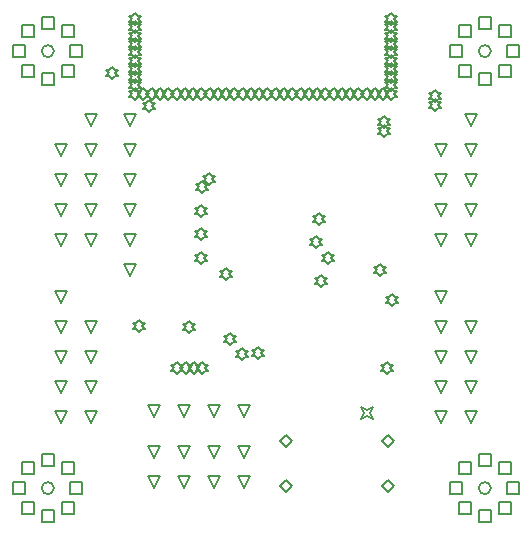
<source format=gbr>
%TF.GenerationSoftware,Altium Limited,Altium Designer,25.1.2 (22)*%
G04 Layer_Color=2752767*
%FSLAX43Y43*%
%MOMM*%
%TF.SameCoordinates,30ACFE5D-B22B-494A-8854-B944D40A9612*%
%TF.FilePolarity,Positive*%
%TF.FileFunction,Drawing*%
%TF.Part,Single*%
G01*
G75*
%TA.AperFunction,NonConductor*%
%ADD50C,0.127*%
%ADD51C,0.169*%
D50*
X39340Y16612D02*
X38832Y17628D01*
X39848D01*
X39340Y16612D01*
X36800Y19152D02*
X36292Y20168D01*
X37308D01*
X36800Y19152D01*
Y16612D02*
X36292Y17628D01*
X37308D01*
X36800Y16612D01*
X39340Y8992D02*
X38832Y10008D01*
X39848D01*
X39340Y8992D01*
Y14072D02*
X38832Y15088D01*
X39848D01*
X39340Y14072D01*
Y11532D02*
X38832Y12548D01*
X39848D01*
X39340Y11532D01*
X36800D02*
X36292Y12548D01*
X37308D01*
X36800Y11532D01*
Y14072D02*
X36292Y15088D01*
X37308D01*
X36800Y14072D01*
Y8992D02*
X36292Y10008D01*
X37308D01*
X36800Y8992D01*
X20120Y9492D02*
X19612Y10508D01*
X20628D01*
X20120Y9492D01*
X17580D02*
X17072Y10508D01*
X18088D01*
X17580Y9492D01*
X15040D02*
X14532Y10508D01*
X15548D01*
X15040Y9492D01*
X12500D02*
X11992Y10508D01*
X13008D01*
X12500Y9492D01*
X10500Y29072D02*
X9992Y30088D01*
X11008D01*
X10500Y29072D01*
Y31612D02*
X9992Y32628D01*
X11008D01*
X10500Y31612D01*
Y21452D02*
X9992Y22468D01*
X11008D01*
X10500Y21452D01*
Y23992D02*
X9992Y25008D01*
X11008D01*
X10500Y23992D01*
Y26532D02*
X9992Y27548D01*
X11008D01*
X10500Y26532D01*
Y34152D02*
X9992Y35168D01*
X11008D01*
X10500Y34152D01*
X31812Y3650D02*
X32320Y4158D01*
X32828Y3650D01*
X32320Y3142D01*
X31812Y3650D01*
X23172D02*
X23680Y4158D01*
X24188Y3650D01*
X23680Y3142D01*
X23172Y3650D01*
X31812Y7450D02*
X32320Y7958D01*
X32828Y7450D01*
X32320Y6942D01*
X31812Y7450D01*
X23172D02*
X23680Y7958D01*
X24188Y7450D01*
X23680Y6942D01*
X23172Y7450D01*
X7200Y34152D02*
X6692Y35168D01*
X7708D01*
X7200Y34152D01*
Y23992D02*
X6692Y25008D01*
X7708D01*
X7200Y23992D01*
X4660D02*
X4152Y25008D01*
X5168D01*
X4660Y23992D01*
X7200Y26532D02*
X6692Y27548D01*
X7708D01*
X7200Y26532D01*
X4660D02*
X4152Y27548D01*
X5168D01*
X4660Y26532D01*
X7200Y29072D02*
X6692Y30088D01*
X7708D01*
X7200Y29072D01*
X4660D02*
X4152Y30088D01*
X5168D01*
X4660Y29072D01*
X7200Y31612D02*
X6692Y32628D01*
X7708D01*
X7200Y31612D01*
X4660D02*
X4152Y32628D01*
X5168D01*
X4660Y31612D01*
X7200Y8992D02*
X6692Y10008D01*
X7708D01*
X7200Y8992D01*
X4660D02*
X4152Y10008D01*
X5168D01*
X4660Y8992D01*
X7200Y11532D02*
X6692Y12548D01*
X7708D01*
X7200Y11532D01*
X4660D02*
X4152Y12548D01*
X5168D01*
X4660Y11532D01*
X7200Y14072D02*
X6692Y15088D01*
X7708D01*
X7200Y14072D01*
X4660D02*
X4152Y15088D01*
X5168D01*
X4660Y14072D01*
X7200Y16612D02*
X6692Y17628D01*
X7708D01*
X7200Y16612D01*
X4660D02*
X4152Y17628D01*
X5168D01*
X4660Y16612D01*
Y19152D02*
X4152Y20168D01*
X5168D01*
X4660Y19152D01*
X4689Y38295D02*
Y39311D01*
X5705D01*
Y38295D01*
X4689D01*
X5392Y39992D02*
Y41008D01*
X6408D01*
Y39992D01*
X5392D01*
X4689Y41689D02*
Y42705D01*
X5705D01*
Y41689D01*
X4689D01*
X2992Y42392D02*
Y43408D01*
X4008D01*
Y42392D01*
X2992D01*
X1295Y41689D02*
Y42705D01*
X2311D01*
Y41689D01*
X1295D01*
X592Y39992D02*
Y41008D01*
X1608D01*
Y39992D01*
X592D01*
X1295Y38295D02*
Y39311D01*
X2311D01*
Y38295D01*
X1295D01*
X2992Y37592D02*
Y38608D01*
X4008D01*
Y37592D01*
X2992D01*
X41689Y38295D02*
Y39311D01*
X42705D01*
Y38295D01*
X41689D01*
X42392Y39992D02*
Y41008D01*
X43408D01*
Y39992D01*
X42392D01*
X41689Y41689D02*
Y42705D01*
X42705D01*
Y41689D01*
X41689D01*
X39992Y42392D02*
Y43408D01*
X41008D01*
Y42392D01*
X39992D01*
X38295Y41689D02*
Y42705D01*
X39311D01*
Y41689D01*
X38295D01*
X37592Y39992D02*
Y41008D01*
X38608D01*
Y39992D01*
X37592D01*
X38295Y38295D02*
Y39311D01*
X39311D01*
Y38295D01*
X38295D01*
X39992Y37592D02*
Y38608D01*
X41008D01*
Y37592D01*
X39992D01*
X41689Y1295D02*
Y2311D01*
X42705D01*
Y1295D01*
X41689D01*
X42392Y2992D02*
Y4008D01*
X43408D01*
Y2992D01*
X42392D01*
X41689Y4689D02*
Y5705D01*
X42705D01*
Y4689D01*
X41689D01*
X39992Y5392D02*
Y6408D01*
X41008D01*
Y5392D01*
X39992D01*
X38295Y4689D02*
Y5705D01*
X39311D01*
Y4689D01*
X38295D01*
X37592Y2992D02*
Y4008D01*
X38608D01*
Y2992D01*
X37592D01*
X38295Y1295D02*
Y2311D01*
X39311D01*
Y1295D01*
X38295D01*
X39992Y592D02*
Y1608D01*
X41008D01*
Y592D01*
X39992D01*
X4689Y1295D02*
Y2311D01*
X5705D01*
Y1295D01*
X4689D01*
X5392Y2992D02*
Y4008D01*
X6408D01*
Y2992D01*
X5392D01*
X4689Y4689D02*
Y5705D01*
X5705D01*
Y4689D01*
X4689D01*
X2992Y5392D02*
Y6408D01*
X4008D01*
Y5392D01*
X2992D01*
X1295Y4689D02*
Y5705D01*
X2311D01*
Y4689D01*
X1295D01*
X592Y2992D02*
Y4008D01*
X1608D01*
Y2992D01*
X592D01*
X1295Y1295D02*
Y2311D01*
X2311D01*
Y1295D01*
X1295D01*
X2992Y592D02*
Y1608D01*
X4008D01*
Y592D01*
X2992D01*
X12500Y3492D02*
X11992Y4508D01*
X13008D01*
X12500Y3492D01*
Y6032D02*
X11992Y7048D01*
X13008D01*
X12500Y6032D01*
X15040Y3492D02*
X14532Y4508D01*
X15548D01*
X15040Y3492D01*
Y6032D02*
X14532Y7048D01*
X15548D01*
X15040Y6032D01*
X17580Y3492D02*
X17072Y4508D01*
X18088D01*
X17580Y3492D01*
Y6032D02*
X17072Y7048D01*
X18088D01*
X17580Y6032D01*
X20120Y3492D02*
X19612Y4508D01*
X20628D01*
X20120Y3492D01*
Y6032D02*
X19612Y7048D01*
X20628D01*
X20120Y6032D01*
X39340Y34152D02*
X38832Y35168D01*
X39848D01*
X39340Y34152D01*
Y23992D02*
X38832Y25008D01*
X39848D01*
X39340Y23992D01*
X36800D02*
X36292Y25008D01*
X37308D01*
X36800Y23992D01*
X39340Y26532D02*
X38832Y27548D01*
X39848D01*
X39340Y26532D01*
X36800D02*
X36292Y27548D01*
X37308D01*
X36800Y26532D01*
X39340Y29072D02*
X38832Y30088D01*
X39848D01*
X39340Y29072D01*
X36800D02*
X36292Y30088D01*
X37308D01*
X36800Y29072D01*
X39340Y31612D02*
X38832Y32628D01*
X39848D01*
X39340Y31612D01*
X36800D02*
X36292Y32628D01*
X37308D01*
X36800Y31612D01*
X16540Y28492D02*
X16794Y28746D01*
X17048D01*
X16794Y29000D01*
X17048Y29254D01*
X16794D01*
X16540Y29508D01*
X16286Y29254D01*
X16032D01*
X16286Y29000D01*
X16032Y28746D01*
X16286D01*
X16540Y28492D01*
X36300Y35465D02*
X36554Y35719D01*
X36808D01*
X36554Y35973D01*
X36808Y36227D01*
X36554D01*
X36300Y36481D01*
X36046Y36227D01*
X35792D01*
X36046Y35973D01*
X35792Y35719D01*
X36046D01*
X36300Y35465D01*
Y36192D02*
X36554Y36446D01*
X36808D01*
X36554Y36700D01*
X36808Y36954D01*
X36554D01*
X36300Y37208D01*
X36046Y36954D01*
X35792D01*
X36046Y36700D01*
X35792Y36446D01*
X36046D01*
X36300Y36192D01*
X26646Y20568D02*
X26900Y20822D01*
X27154D01*
X26900Y21076D01*
X27154Y21330D01*
X26900D01*
X26646Y21584D01*
X26392Y21330D01*
X26138D01*
X26392Y21076D01*
X26138Y20822D01*
X26392D01*
X26646Y20568D01*
X18600Y21117D02*
X18854Y21371D01*
X19108D01*
X18854Y21625D01*
X19108Y21879D01*
X18854D01*
X18600Y22133D01*
X18346Y21879D01*
X18092D01*
X18346Y21625D01*
X18092Y21371D01*
X18346D01*
X18600Y21117D01*
X21301Y14393D02*
X21555Y14647D01*
X21809D01*
X21555Y14901D01*
X21809Y15155D01*
X21555D01*
X21301Y15409D01*
X21047Y15155D01*
X20793D01*
X21047Y14901D01*
X20793Y14647D01*
X21047D01*
X21301Y14393D01*
X11225Y16717D02*
X11479Y16971D01*
X11733D01*
X11479Y17225D01*
X11733Y17479D01*
X11479D01*
X11225Y17733D01*
X10971Y17479D01*
X10717D01*
X10971Y17225D01*
X10717Y16971D01*
X10971D01*
X11225Y16717D01*
X15450Y16592D02*
X15704Y16846D01*
X15958D01*
X15704Y17100D01*
X15958Y17354D01*
X15704D01*
X15450Y17608D01*
X15196Y17354D01*
X14942D01*
X15196Y17100D01*
X14942Y16846D01*
X15196D01*
X15450Y16592D01*
X31650Y21492D02*
X31904Y21746D01*
X32158D01*
X31904Y22000D01*
X32158Y22254D01*
X31904D01*
X31650Y22508D01*
X31396Y22254D01*
X31142D01*
X31396Y22000D01*
X31142Y21746D01*
X31396D01*
X31650Y21492D01*
X26251Y23837D02*
X26505Y24091D01*
X26759D01*
X26505Y24345D01*
X26759Y24599D01*
X26505D01*
X26251Y24853D01*
X25997Y24599D01*
X25743D01*
X25997Y24345D01*
X25743Y24091D01*
X25997D01*
X26251Y23837D01*
X27201Y22518D02*
X27455Y22772D01*
X27709D01*
X27455Y23026D01*
X27709Y23280D01*
X27455D01*
X27201Y23534D01*
X26947Y23280D01*
X26693D01*
X26947Y23026D01*
X26693Y22772D01*
X26947D01*
X27201Y22518D01*
X26500Y25817D02*
X26754Y26071D01*
X27008D01*
X26754Y26325D01*
X27008Y26579D01*
X26754D01*
X26500Y26833D01*
X26246Y26579D01*
X25992D01*
X26246Y26325D01*
X25992Y26071D01*
X26246D01*
X26500Y25817D01*
X12075Y35367D02*
X12329Y35621D01*
X12583D01*
X12329Y35875D01*
X12583Y36129D01*
X12329D01*
X12075Y36383D01*
X11821Y36129D01*
X11567D01*
X11821Y35875D01*
X11567Y35621D01*
X11821D01*
X12075Y35367D01*
X8925Y38167D02*
X9179Y38421D01*
X9433D01*
X9179Y38675D01*
X9433Y38929D01*
X9179D01*
X8925Y39183D01*
X8671Y38929D01*
X8417D01*
X8671Y38675D01*
X8417Y38421D01*
X8671D01*
X8925Y38167D01*
X32650Y18917D02*
X32904Y19171D01*
X33158D01*
X32904Y19425D01*
X33158Y19679D01*
X32904D01*
X32650Y19933D01*
X32396Y19679D01*
X32142D01*
X32396Y19425D01*
X32142Y19171D01*
X32396D01*
X32650Y18917D01*
X10900Y36392D02*
X11154Y36646D01*
X11408D01*
X11154Y36900D01*
X11408Y37154D01*
X11154D01*
X10900Y37408D01*
X10646Y37154D01*
X10392D01*
X10646Y36900D01*
X10392Y36646D01*
X10646D01*
X10900Y36392D01*
X32600D02*
X32854Y36646D01*
X33108D01*
X32854Y36900D01*
X33108Y37154D01*
X32854D01*
X32600Y37408D01*
X32346Y37154D01*
X32092D01*
X32346Y36900D01*
X32092Y36646D01*
X32346D01*
X32600Y36392D01*
X22100D02*
X22354Y36646D01*
X22608D01*
X22354Y36900D01*
X22608Y37154D01*
X22354D01*
X22100Y37408D01*
X21846Y37154D01*
X21592D01*
X21846Y36900D01*
X21592Y36646D01*
X21846D01*
X22100Y36392D01*
X22800D02*
X23054Y36646D01*
X23308D01*
X23054Y36900D01*
X23308Y37154D01*
X23054D01*
X22800Y37408D01*
X22546Y37154D01*
X22292D01*
X22546Y36900D01*
X22292Y36646D01*
X22546D01*
X22800Y36392D01*
X21400D02*
X21654Y36646D01*
X21908D01*
X21654Y36900D01*
X21908Y37154D01*
X21654D01*
X21400Y37408D01*
X21146Y37154D01*
X20892D01*
X21146Y36900D01*
X20892Y36646D01*
X21146D01*
X21400Y36392D01*
X20700D02*
X20954Y36646D01*
X21208D01*
X20954Y36900D01*
X21208Y37154D01*
X20954D01*
X20700Y37408D01*
X20446Y37154D01*
X20192D01*
X20446Y36900D01*
X20192Y36646D01*
X20446D01*
X20700Y36392D01*
X20000D02*
X20254Y36646D01*
X20508D01*
X20254Y36900D01*
X20508Y37154D01*
X20254D01*
X20000Y37408D01*
X19746Y37154D01*
X19492D01*
X19746Y36900D01*
X19492Y36646D01*
X19746D01*
X20000Y36392D01*
X27700D02*
X27954Y36646D01*
X28208D01*
X27954Y36900D01*
X28208Y37154D01*
X27954D01*
X27700Y37408D01*
X27446Y37154D01*
X27192D01*
X27446Y36900D01*
X27192Y36646D01*
X27446D01*
X27700Y36392D01*
X30500D02*
X30754Y36646D01*
X31008D01*
X30754Y36900D01*
X31008Y37154D01*
X30754D01*
X30500Y37408D01*
X30246Y37154D01*
X29992D01*
X30246Y36900D01*
X29992Y36646D01*
X30246D01*
X30500Y36392D01*
X29100D02*
X29354Y36646D01*
X29608D01*
X29354Y36900D01*
X29608Y37154D01*
X29354D01*
X29100Y37408D01*
X28846Y37154D01*
X28592D01*
X28846Y36900D01*
X28592Y36646D01*
X28846D01*
X29100Y36392D01*
X29800D02*
X30054Y36646D01*
X30308D01*
X30054Y36900D01*
X30308Y37154D01*
X30054D01*
X29800Y37408D01*
X29546Y37154D01*
X29292D01*
X29546Y36900D01*
X29292Y36646D01*
X29546D01*
X29800Y36392D01*
X28400D02*
X28654Y36646D01*
X28908D01*
X28654Y36900D01*
X28908Y37154D01*
X28654D01*
X28400Y37408D01*
X28146Y37154D01*
X27892D01*
X28146Y36900D01*
X27892Y36646D01*
X28146D01*
X28400Y36392D01*
X31200D02*
X31454Y36646D01*
X31708D01*
X31454Y36900D01*
X31708Y37154D01*
X31454D01*
X31200Y37408D01*
X30946Y37154D01*
X30692D01*
X30946Y36900D01*
X30692Y36646D01*
X30946D01*
X31200Y36392D01*
X18600D02*
X18854Y36646D01*
X19108D01*
X18854Y36900D01*
X19108Y37154D01*
X18854D01*
X18600Y37408D01*
X18346Y37154D01*
X18092D01*
X18346Y36900D01*
X18092Y36646D01*
X18346D01*
X18600Y36392D01*
X19300D02*
X19554Y36646D01*
X19808D01*
X19554Y36900D01*
X19808Y37154D01*
X19554D01*
X19300Y37408D01*
X19046Y37154D01*
X18792D01*
X19046Y36900D01*
X18792Y36646D01*
X19046D01*
X19300Y36392D01*
X17900D02*
X18154Y36646D01*
X18408D01*
X18154Y36900D01*
X18408Y37154D01*
X18154D01*
X17900Y37408D01*
X17646Y37154D01*
X17392D01*
X17646Y36900D01*
X17392Y36646D01*
X17646D01*
X17900Y36392D01*
X27000D02*
X27254Y36646D01*
X27508D01*
X27254Y36900D01*
X27508Y37154D01*
X27254D01*
X27000Y37408D01*
X26746Y37154D01*
X26492D01*
X26746Y36900D01*
X26492Y36646D01*
X26746D01*
X27000Y36392D01*
X25600D02*
X25854Y36646D01*
X26108D01*
X25854Y36900D01*
X26108Y37154D01*
X25854D01*
X25600Y37408D01*
X25346Y37154D01*
X25092D01*
X25346Y36900D01*
X25092Y36646D01*
X25346D01*
X25600Y36392D01*
X23500D02*
X23754Y36646D01*
X24008D01*
X23754Y36900D01*
X24008Y37154D01*
X23754D01*
X23500Y37408D01*
X23246Y37154D01*
X22992D01*
X23246Y36900D01*
X22992Y36646D01*
X23246D01*
X23500Y36392D01*
X24200D02*
X24454Y36646D01*
X24708D01*
X24454Y36900D01*
X24708Y37154D01*
X24454D01*
X24200Y37408D01*
X23946Y37154D01*
X23692D01*
X23946Y36900D01*
X23692Y36646D01*
X23946D01*
X24200Y36392D01*
X24900D02*
X25154Y36646D01*
X25408D01*
X25154Y36900D01*
X25408Y37154D01*
X25154D01*
X24900Y37408D01*
X24646Y37154D01*
X24392D01*
X24646Y36900D01*
X24392Y36646D01*
X24646D01*
X24900Y36392D01*
X15800D02*
X16054Y36646D01*
X16308D01*
X16054Y36900D01*
X16308Y37154D01*
X16054D01*
X15800Y37408D01*
X15546Y37154D01*
X15292D01*
X15546Y36900D01*
X15292Y36646D01*
X15546D01*
X15800Y36392D01*
X16500D02*
X16754Y36646D01*
X17008D01*
X16754Y36900D01*
X17008Y37154D01*
X16754D01*
X16500Y37408D01*
X16246Y37154D01*
X15992D01*
X16246Y36900D01*
X15992Y36646D01*
X16246D01*
X16500Y36392D01*
X15100D02*
X15354Y36646D01*
X15608D01*
X15354Y36900D01*
X15608Y37154D01*
X15354D01*
X15100Y37408D01*
X14846Y37154D01*
X14592D01*
X14846Y36900D01*
X14592Y36646D01*
X14846D01*
X15100Y36392D01*
X13000D02*
X13254Y36646D01*
X13508D01*
X13254Y36900D01*
X13508Y37154D01*
X13254D01*
X13000Y37408D01*
X12746Y37154D01*
X12492D01*
X12746Y36900D01*
X12492Y36646D01*
X12746D01*
X13000Y36392D01*
X17200D02*
X17454Y36646D01*
X17708D01*
X17454Y36900D01*
X17708Y37154D01*
X17454D01*
X17200Y37408D01*
X16946Y37154D01*
X16692D01*
X16946Y36900D01*
X16692Y36646D01*
X16946D01*
X17200Y36392D01*
X14400D02*
X14654Y36646D01*
X14908D01*
X14654Y36900D01*
X14908Y37154D01*
X14654D01*
X14400Y37408D01*
X14146Y37154D01*
X13892D01*
X14146Y36900D01*
X13892Y36646D01*
X14146D01*
X14400Y36392D01*
X11600D02*
X11854Y36646D01*
X12108D01*
X11854Y36900D01*
X12108Y37154D01*
X11854D01*
X11600Y37408D01*
X11346Y37154D01*
X11092D01*
X11346Y36900D01*
X11092Y36646D01*
X11346D01*
X11600Y36392D01*
X31900D02*
X32154Y36646D01*
X32408D01*
X32154Y36900D01*
X32408Y37154D01*
X32154D01*
X31900Y37408D01*
X31646Y37154D01*
X31392D01*
X31646Y36900D01*
X31392Y36646D01*
X31646D01*
X31900Y36392D01*
X26300D02*
X26554Y36646D01*
X26808D01*
X26554Y36900D01*
X26808Y37154D01*
X26554D01*
X26300Y37408D01*
X26046Y37154D01*
X25792D01*
X26046Y36900D01*
X25792Y36646D01*
X26046D01*
X26300Y36392D01*
X12300D02*
X12554Y36646D01*
X12808D01*
X12554Y36900D01*
X12808Y37154D01*
X12554D01*
X12300Y37408D01*
X12046Y37154D01*
X11792D01*
X12046Y36900D01*
X11792Y36646D01*
X12046D01*
X12300Y36392D01*
X13700D02*
X13954Y36646D01*
X14208D01*
X13954Y36900D01*
X14208Y37154D01*
X13954D01*
X13700Y37408D01*
X13446Y37154D01*
X13192D01*
X13446Y36900D01*
X13192Y36646D01*
X13446D01*
X13700Y36392D01*
X10900Y37092D02*
X11154Y37346D01*
X11408D01*
X11154Y37600D01*
X11408Y37854D01*
X11154D01*
X10900Y38108D01*
X10646Y37854D01*
X10392D01*
X10646Y37600D01*
X10392Y37346D01*
X10646D01*
X10900Y37092D01*
X32600D02*
X32854Y37346D01*
X33108D01*
X32854Y37600D01*
X33108Y37854D01*
X32854D01*
X32600Y38108D01*
X32346Y37854D01*
X32092D01*
X32346Y37600D01*
X32092Y37346D01*
X32346D01*
X32600Y37092D01*
X17150Y29192D02*
X17404Y29446D01*
X17658D01*
X17404Y29700D01*
X17658Y29954D01*
X17404D01*
X17150Y30208D01*
X16896Y29954D01*
X16642D01*
X16896Y29700D01*
X16642Y29446D01*
X16896D01*
X17150Y29192D01*
X16450Y26492D02*
X16704Y26746D01*
X16958D01*
X16704Y27000D01*
X16958Y27254D01*
X16704D01*
X16450Y27508D01*
X16196Y27254D01*
X15942D01*
X16196Y27000D01*
X15942Y26746D01*
X16196D01*
X16450Y26492D01*
X16451Y24492D02*
X16705Y24746D01*
X16959D01*
X16705Y25000D01*
X16959Y25254D01*
X16705D01*
X16451Y25508D01*
X16197Y25254D01*
X15943D01*
X16197Y25000D01*
X15943Y24746D01*
X16197D01*
X16451Y24492D01*
X16450Y22517D02*
X16704Y22771D01*
X16958D01*
X16704Y23025D01*
X16958Y23279D01*
X16704D01*
X16450Y23533D01*
X16196Y23279D01*
X15942D01*
X16196Y23025D01*
X15942Y22771D01*
X16196D01*
X16450Y22517D01*
X32219Y13148D02*
X32473Y13402D01*
X32727D01*
X32473Y13656D01*
X32727Y13910D01*
X32473D01*
X32219Y14164D01*
X31965Y13910D01*
X31711D01*
X31965Y13656D01*
X31711Y13402D01*
X31965D01*
X32219Y13148D01*
X29990Y9357D02*
X30244Y9865D01*
X29990Y10373D01*
X30498Y10119D01*
X31006Y10373D01*
X30752Y9865D01*
X31006Y9357D01*
X30498Y9611D01*
X29990Y9357D01*
X18900Y15617D02*
X19154Y15871D01*
X19408D01*
X19154Y16125D01*
X19408Y16379D01*
X19154D01*
X18900Y16633D01*
X18646Y16379D01*
X18392D01*
X18646Y16125D01*
X18392Y15871D01*
X18646D01*
X18900Y15617D01*
X19950Y14367D02*
X20204Y14621D01*
X20458D01*
X20204Y14875D01*
X20458Y15129D01*
X20204D01*
X19950Y15383D01*
X19696Y15129D01*
X19442D01*
X19696Y14875D01*
X19442Y14621D01*
X19696D01*
X19950Y14367D01*
X15182Y13192D02*
X15436Y13446D01*
X15690D01*
X15436Y13700D01*
X15690Y13954D01*
X15436D01*
X15182Y14208D01*
X14928Y13954D01*
X14674D01*
X14928Y13700D01*
X14674Y13446D01*
X14928D01*
X15182Y13192D01*
X14482D02*
X14736Y13446D01*
X14990D01*
X14736Y13700D01*
X14990Y13954D01*
X14736D01*
X14482Y14208D01*
X14228Y13954D01*
X13974D01*
X14228Y13700D01*
X13974Y13446D01*
X14228D01*
X14482Y13192D01*
X16582D02*
X16836Y13446D01*
X17090D01*
X16836Y13700D01*
X17090Y13954D01*
X16836D01*
X16582Y14208D01*
X16328Y13954D01*
X16074D01*
X16328Y13700D01*
X16074Y13446D01*
X16328D01*
X16582Y13192D01*
X15882D02*
X16136Y13446D01*
X16390D01*
X16136Y13700D01*
X16390Y13954D01*
X16136D01*
X15882Y14208D01*
X15628Y13954D01*
X15374D01*
X15628Y13700D01*
X15374Y13446D01*
X15628D01*
X15882Y13192D01*
X31975Y33250D02*
X32229Y33504D01*
X32483D01*
X32229Y33758D01*
X32483Y34012D01*
X32229D01*
X31975Y34266D01*
X31721Y34012D01*
X31467D01*
X31721Y33758D01*
X31467Y33504D01*
X31721D01*
X31975Y33250D01*
Y33977D02*
X32229Y34231D01*
X32483D01*
X32229Y34485D01*
X32483Y34739D01*
X32229D01*
X31975Y34993D01*
X31721Y34739D01*
X31467D01*
X31721Y34485D01*
X31467Y34231D01*
X31721D01*
X31975Y33977D01*
X32600Y37792D02*
X32854Y38046D01*
X33108D01*
X32854Y38300D01*
X33108Y38554D01*
X32854D01*
X32600Y38808D01*
X32346Y38554D01*
X32092D01*
X32346Y38300D01*
X32092Y38046D01*
X32346D01*
X32600Y37792D01*
Y38492D02*
X32854Y38746D01*
X33108D01*
X32854Y39000D01*
X33108Y39254D01*
X32854D01*
X32600Y39508D01*
X32346Y39254D01*
X32092D01*
X32346Y39000D01*
X32092Y38746D01*
X32346D01*
X32600Y38492D01*
Y39192D02*
X32854Y39446D01*
X33108D01*
X32854Y39700D01*
X33108Y39954D01*
X32854D01*
X32600Y40208D01*
X32346Y39954D01*
X32092D01*
X32346Y39700D01*
X32092Y39446D01*
X32346D01*
X32600Y39192D01*
Y39892D02*
X32854Y40146D01*
X33108D01*
X32854Y40400D01*
X33108Y40654D01*
X32854D01*
X32600Y40908D01*
X32346Y40654D01*
X32092D01*
X32346Y40400D01*
X32092Y40146D01*
X32346D01*
X32600Y39892D01*
Y40592D02*
X32854Y40846D01*
X33108D01*
X32854Y41100D01*
X33108Y41354D01*
X32854D01*
X32600Y41608D01*
X32346Y41354D01*
X32092D01*
X32346Y41100D01*
X32092Y40846D01*
X32346D01*
X32600Y40592D01*
Y41292D02*
X32854Y41546D01*
X33108D01*
X32854Y41800D01*
X33108Y42054D01*
X32854D01*
X32600Y42308D01*
X32346Y42054D01*
X32092D01*
X32346Y41800D01*
X32092Y41546D01*
X32346D01*
X32600Y41292D01*
Y41992D02*
X32854Y42246D01*
X33108D01*
X32854Y42500D01*
X33108Y42754D01*
X32854D01*
X32600Y43008D01*
X32346Y42754D01*
X32092D01*
X32346Y42500D01*
X32092Y42246D01*
X32346D01*
X32600Y41992D01*
Y42692D02*
X32854Y42946D01*
X33108D01*
X32854Y43200D01*
X33108Y43454D01*
X32854D01*
X32600Y43708D01*
X32346Y43454D01*
X32092D01*
X32346Y43200D01*
X32092Y42946D01*
X32346D01*
X32600Y42692D01*
X10900D02*
X11154Y42946D01*
X11408D01*
X11154Y43200D01*
X11408Y43454D01*
X11154D01*
X10900Y43708D01*
X10646Y43454D01*
X10392D01*
X10646Y43200D01*
X10392Y42946D01*
X10646D01*
X10900Y42692D01*
Y41992D02*
X11154Y42246D01*
X11408D01*
X11154Y42500D01*
X11408Y42754D01*
X11154D01*
X10900Y43008D01*
X10646Y42754D01*
X10392D01*
X10646Y42500D01*
X10392Y42246D01*
X10646D01*
X10900Y41992D01*
Y41292D02*
X11154Y41546D01*
X11408D01*
X11154Y41800D01*
X11408Y42054D01*
X11154D01*
X10900Y42308D01*
X10646Y42054D01*
X10392D01*
X10646Y41800D01*
X10392Y41546D01*
X10646D01*
X10900Y41292D01*
Y40592D02*
X11154Y40846D01*
X11408D01*
X11154Y41100D01*
X11408Y41354D01*
X11154D01*
X10900Y41608D01*
X10646Y41354D01*
X10392D01*
X10646Y41100D01*
X10392Y40846D01*
X10646D01*
X10900Y40592D01*
Y39892D02*
X11154Y40146D01*
X11408D01*
X11154Y40400D01*
X11408Y40654D01*
X11154D01*
X10900Y40908D01*
X10646Y40654D01*
X10392D01*
X10646Y40400D01*
X10392Y40146D01*
X10646D01*
X10900Y39892D01*
Y39192D02*
X11154Y39446D01*
X11408D01*
X11154Y39700D01*
X11408Y39954D01*
X11154D01*
X10900Y40208D01*
X10646Y39954D01*
X10392D01*
X10646Y39700D01*
X10392Y39446D01*
X10646D01*
X10900Y39192D01*
Y38492D02*
X11154Y38746D01*
X11408D01*
X11154Y39000D01*
X11408Y39254D01*
X11154D01*
X10900Y39508D01*
X10646Y39254D01*
X10392D01*
X10646Y39000D01*
X10392Y38746D01*
X10646D01*
X10900Y38492D01*
Y37792D02*
X11154Y38046D01*
X11408D01*
X11154Y38300D01*
X11408Y38554D01*
X11154D01*
X10900Y38808D01*
X10646Y38554D01*
X10392D01*
X10646Y38300D01*
X10392Y38046D01*
X10646D01*
X10900Y37792D01*
D51*
X4008Y40500D02*
G03*
X4008Y40500I-508J0D01*
G01*
X41008D02*
G03*
X41008Y40500I-508J0D01*
G01*
Y3500D02*
G03*
X41008Y3500I-508J0D01*
G01*
X4008D02*
G03*
X4008Y3500I-508J0D01*
G01*
%TF.MD5,9dd7f2ac27f2da378cbdc43c4d27a7c2*%
M02*

</source>
